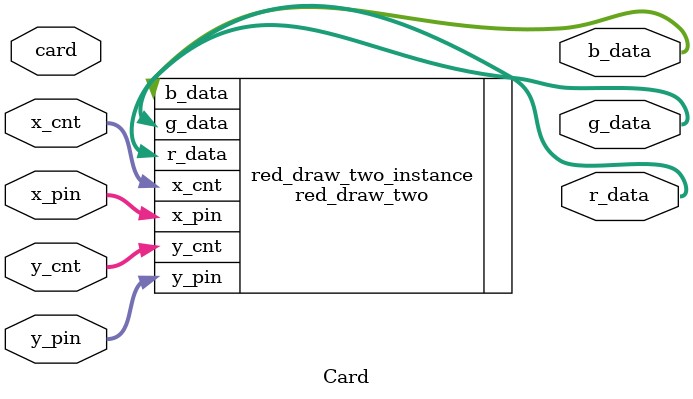
<source format=sv>
module Card(
    input [5:0] card,
    input [9:0] x_cnt,
	input [9:0] y_cnt,
	input [9:0] x_pin,
	input [9:0] y_pin,
	output [7:0] r_data,
	output [7:0] g_data,
	output [7:0] b_data
);

    red_draw_two red_draw_two_instance(
        .x_cnt(x_cnt),
        .y_cnt(y_cnt),
        .x_pin(x_pin),
        .y_pin(y_pin),
        .r_data(r_data),
        .g_data(g_data),
        .b_data(b_data)
    );

endmodule
</source>
